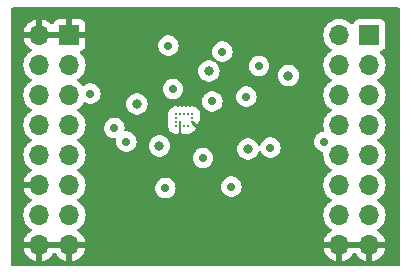
<source format=gbr>
G04 #@! TF.GenerationSoftware,KiCad,Pcbnew,7.0.0*
G04 #@! TF.CreationDate,2024-03-13T15:51:30+01:00*
G04 #@! TF.ProjectId,breakoutBoard_extended,62726561-6b6f-4757-9442-6f6172645f65,rev?*
G04 #@! TF.SameCoordinates,Original*
G04 #@! TF.FileFunction,Copper,L2,Inr*
G04 #@! TF.FilePolarity,Positive*
%FSLAX46Y46*%
G04 Gerber Fmt 4.6, Leading zero omitted, Abs format (unit mm)*
G04 Created by KiCad (PCBNEW 7.0.0) date 2024-03-13 15:51:30*
%MOMM*%
%LPD*%
G01*
G04 APERTURE LIST*
G04 #@! TA.AperFunction,ComponentPad*
%ADD10R,1.700000X1.700000*%
G04 #@! TD*
G04 #@! TA.AperFunction,ComponentPad*
%ADD11O,1.700000X1.700000*%
G04 #@! TD*
G04 #@! TA.AperFunction,ViaPad*
%ADD12C,0.800000*%
G04 #@! TD*
G04 #@! TA.AperFunction,ViaPad*
%ADD13C,0.250000*%
G04 #@! TD*
G04 #@! TA.AperFunction,ViaPad*
%ADD14C,0.700000*%
G04 #@! TD*
G04 #@! TA.AperFunction,Conductor*
%ADD15C,0.150000*%
G04 #@! TD*
G04 #@! TA.AperFunction,Conductor*
%ADD16C,0.250000*%
G04 #@! TD*
G04 APERTURE END LIST*
D10*
X45973999Y-33400999D03*
D11*
X43433999Y-33400999D03*
X45973999Y-35940999D03*
X43433999Y-35940999D03*
X45973999Y-38480999D03*
X43433999Y-38480999D03*
X45973999Y-41020999D03*
X43433999Y-41020999D03*
X45973999Y-43560999D03*
X43433999Y-43560999D03*
X45973999Y-46100999D03*
X43433999Y-46100999D03*
X45973999Y-48640999D03*
X43433999Y-48640999D03*
X45973999Y-51180999D03*
X43433999Y-51180999D03*
D10*
X71373999Y-33400999D03*
D11*
X68833999Y-33400999D03*
X71373999Y-35940999D03*
X68833999Y-35940999D03*
X71373999Y-38480999D03*
X68833999Y-38480999D03*
X71373999Y-41020999D03*
X68833999Y-41020999D03*
X71373999Y-43560999D03*
X68833999Y-43560999D03*
X71373999Y-46100999D03*
X68833999Y-46100999D03*
X71373999Y-48640999D03*
X68833999Y-48640999D03*
X71373999Y-51180999D03*
X68833999Y-51180999D03*
D12*
X53594000Y-42799000D03*
X57785000Y-36449000D03*
X51689000Y-39243000D03*
X64516000Y-36830000D03*
X61087000Y-43053000D03*
D13*
X55330000Y-40770000D03*
X56380380Y-40769540D03*
D12*
X49784000Y-39116000D03*
X53594000Y-44704000D03*
X57658000Y-34798000D03*
X59502040Y-43037760D03*
D14*
X59690000Y-46228000D03*
X62992000Y-42926000D03*
X54356000Y-34290000D03*
X58928014Y-34798000D03*
X58074560Y-39019480D03*
D13*
X56381040Y-40068220D03*
D14*
X57277000Y-43815000D03*
D13*
X56030520Y-41117240D03*
X54980840Y-40769540D03*
X56378500Y-40418740D03*
D14*
X67564000Y-42418000D03*
X60960000Y-38608000D03*
X62020686Y-36023314D03*
D13*
X54980840Y-40065960D03*
D14*
X54737000Y-37973000D03*
D13*
X55679340Y-41120060D03*
D14*
X50800000Y-42418000D03*
D13*
X54980840Y-40421560D03*
X55681880Y-40065960D03*
X56027320Y-40065960D03*
X55331360Y-40065960D03*
X54980840Y-41120060D03*
D14*
X49784000Y-41275000D03*
X47752000Y-38354000D03*
X54102000Y-46355000D03*
D15*
X55330000Y-40770000D02*
X55330000Y-41740000D01*
D16*
X56380380Y-40769540D02*
X56385460Y-40769540D01*
X56385460Y-40769540D02*
X56763920Y-41148000D01*
G04 #@! TA.AperFunction,Conductor*
G36*
X73886500Y-31067381D02*
G01*
X73932619Y-31113500D01*
X73949500Y-31176500D01*
X73949500Y-52823500D01*
X73932619Y-52886500D01*
X73886500Y-52932619D01*
X73823500Y-52949500D01*
X41176500Y-52949500D01*
X41113500Y-52932619D01*
X41067381Y-52886500D01*
X41050500Y-52823500D01*
X41050500Y-51437565D01*
X42100751Y-51437565D01*
X42100986Y-51448943D01*
X42143900Y-51618408D01*
X42147270Y-51628223D01*
X42233488Y-51824778D01*
X42238431Y-51833913D01*
X42355822Y-52013593D01*
X42362210Y-52021799D01*
X42507567Y-52179700D01*
X42515211Y-52186737D01*
X42684588Y-52318568D01*
X42693281Y-52324247D01*
X42882042Y-52426400D01*
X42891559Y-52430575D01*
X43094557Y-52500264D01*
X43104627Y-52502814D01*
X43166461Y-52513132D01*
X43177598Y-52512556D01*
X43180000Y-52501664D01*
X43688000Y-52501664D01*
X43690401Y-52512556D01*
X43701538Y-52513132D01*
X43763372Y-52502814D01*
X43773442Y-52500264D01*
X43976440Y-52430575D01*
X43985957Y-52426400D01*
X44174718Y-52324247D01*
X44183411Y-52318568D01*
X44352788Y-52186737D01*
X44360432Y-52179700D01*
X44505789Y-52021799D01*
X44512177Y-52013593D01*
X44598517Y-51881441D01*
X44644031Y-51839543D01*
X44704000Y-51824357D01*
X44763969Y-51839543D01*
X44809483Y-51881441D01*
X44895822Y-52013593D01*
X44902210Y-52021799D01*
X45047567Y-52179700D01*
X45055211Y-52186737D01*
X45224588Y-52318568D01*
X45233281Y-52324247D01*
X45422042Y-52426400D01*
X45431559Y-52430575D01*
X45634557Y-52500264D01*
X45644627Y-52502814D01*
X45706461Y-52513132D01*
X45717598Y-52512556D01*
X45720000Y-52501664D01*
X46228000Y-52501664D01*
X46230401Y-52512556D01*
X46241538Y-52513132D01*
X46303372Y-52502814D01*
X46313442Y-52500264D01*
X46516440Y-52430575D01*
X46525957Y-52426400D01*
X46714718Y-52324247D01*
X46723411Y-52318568D01*
X46892788Y-52186737D01*
X46900432Y-52179700D01*
X47045789Y-52021799D01*
X47052177Y-52013593D01*
X47169568Y-51833913D01*
X47174511Y-51824778D01*
X47260729Y-51628223D01*
X47264099Y-51618408D01*
X47307013Y-51448943D01*
X47307248Y-51437565D01*
X67500751Y-51437565D01*
X67500986Y-51448943D01*
X67543900Y-51618408D01*
X67547270Y-51628223D01*
X67633488Y-51824778D01*
X67638431Y-51833913D01*
X67755822Y-52013593D01*
X67762210Y-52021799D01*
X67907567Y-52179700D01*
X67915211Y-52186737D01*
X68084588Y-52318568D01*
X68093281Y-52324247D01*
X68282042Y-52426400D01*
X68291559Y-52430575D01*
X68494557Y-52500264D01*
X68504627Y-52502814D01*
X68566461Y-52513132D01*
X68577598Y-52512556D01*
X68580000Y-52501664D01*
X69088000Y-52501664D01*
X69090401Y-52512556D01*
X69101538Y-52513132D01*
X69163372Y-52502814D01*
X69173442Y-52500264D01*
X69376440Y-52430575D01*
X69385957Y-52426400D01*
X69574718Y-52324247D01*
X69583411Y-52318568D01*
X69752788Y-52186737D01*
X69760432Y-52179700D01*
X69905789Y-52021799D01*
X69912177Y-52013593D01*
X69998517Y-51881441D01*
X70044031Y-51839543D01*
X70104000Y-51824357D01*
X70163969Y-51839543D01*
X70209483Y-51881441D01*
X70295822Y-52013593D01*
X70302210Y-52021799D01*
X70447567Y-52179700D01*
X70455211Y-52186737D01*
X70624588Y-52318568D01*
X70633281Y-52324247D01*
X70822042Y-52426400D01*
X70831559Y-52430575D01*
X71034557Y-52500264D01*
X71044627Y-52502814D01*
X71106461Y-52513132D01*
X71117598Y-52512556D01*
X71120000Y-52501664D01*
X71628000Y-52501664D01*
X71630401Y-52512556D01*
X71641538Y-52513132D01*
X71703372Y-52502814D01*
X71713442Y-52500264D01*
X71916440Y-52430575D01*
X71925957Y-52426400D01*
X72114718Y-52324247D01*
X72123411Y-52318568D01*
X72292788Y-52186737D01*
X72300432Y-52179700D01*
X72445789Y-52021799D01*
X72452177Y-52013593D01*
X72569568Y-51833913D01*
X72574511Y-51824778D01*
X72660729Y-51628223D01*
X72664099Y-51618408D01*
X72707013Y-51448943D01*
X72707248Y-51437565D01*
X72696160Y-51435000D01*
X71644590Y-51435000D01*
X71631506Y-51438506D01*
X71628000Y-51451590D01*
X71628000Y-52501664D01*
X71120000Y-52501664D01*
X71120000Y-51451590D01*
X71116493Y-51438506D01*
X71103410Y-51435000D01*
X69104590Y-51435000D01*
X69091506Y-51438506D01*
X69088000Y-51451590D01*
X69088000Y-52501664D01*
X68580000Y-52501664D01*
X68580000Y-51451590D01*
X68576493Y-51438506D01*
X68563410Y-51435000D01*
X67511840Y-51435000D01*
X67500751Y-51437565D01*
X47307248Y-51437565D01*
X47296160Y-51435000D01*
X46244590Y-51435000D01*
X46231506Y-51438506D01*
X46228000Y-51451590D01*
X46228000Y-52501664D01*
X45720000Y-52501664D01*
X45720000Y-51451590D01*
X45716493Y-51438506D01*
X45703410Y-51435000D01*
X43704590Y-51435000D01*
X43691506Y-51438506D01*
X43688000Y-51451590D01*
X43688000Y-52501664D01*
X43180000Y-52501664D01*
X43180000Y-51451590D01*
X43176493Y-51438506D01*
X43163410Y-51435000D01*
X42111840Y-51435000D01*
X42100751Y-51437565D01*
X41050500Y-51437565D01*
X41050500Y-48641000D01*
X42070844Y-48641000D01*
X42089436Y-48865368D01*
X42144704Y-49083616D01*
X42146797Y-49088389D01*
X42146799Y-49088393D01*
X42222147Y-49260170D01*
X42235140Y-49289791D01*
X42358278Y-49478268D01*
X42361806Y-49482100D01*
X42507227Y-49640069D01*
X42507231Y-49640073D01*
X42510760Y-49643906D01*
X42688424Y-49782189D01*
X42693000Y-49784665D01*
X42693004Y-49784668D01*
X42703582Y-49790392D01*
X42722205Y-49800470D01*
X42770476Y-49846784D01*
X42788237Y-49911281D01*
X42770479Y-49975779D01*
X42722209Y-50022096D01*
X42693285Y-50037749D01*
X42684588Y-50043431D01*
X42515211Y-50175262D01*
X42507567Y-50182299D01*
X42362210Y-50340200D01*
X42355822Y-50348406D01*
X42238431Y-50528086D01*
X42233488Y-50537221D01*
X42147270Y-50733776D01*
X42143900Y-50743591D01*
X42100986Y-50913056D01*
X42100751Y-50924434D01*
X42111840Y-50927000D01*
X47296160Y-50927000D01*
X47307248Y-50924434D01*
X47307013Y-50913056D01*
X47264099Y-50743591D01*
X47260729Y-50733776D01*
X47174511Y-50537221D01*
X47169568Y-50528086D01*
X47052177Y-50348406D01*
X47045789Y-50340200D01*
X46900432Y-50182299D01*
X46892788Y-50175262D01*
X46723411Y-50043431D01*
X46714713Y-50037749D01*
X46685792Y-50022097D01*
X46637520Y-49975780D01*
X46619762Y-49911281D01*
X46637523Y-49846784D01*
X46685791Y-49800472D01*
X46719576Y-49782189D01*
X46897240Y-49643906D01*
X47049722Y-49478268D01*
X47172860Y-49289791D01*
X47263296Y-49083616D01*
X47318564Y-48865368D01*
X47337156Y-48641000D01*
X47318564Y-48416632D01*
X47263296Y-48198384D01*
X47172860Y-47992209D01*
X47049722Y-47803732D01*
X46988956Y-47737723D01*
X46900772Y-47641930D01*
X46900767Y-47641925D01*
X46897240Y-47638094D01*
X46719576Y-47499811D01*
X46715002Y-47497336D01*
X46714995Y-47497331D01*
X46686320Y-47481814D01*
X46638048Y-47435498D01*
X46620289Y-47371000D01*
X46638048Y-47306502D01*
X46686320Y-47260186D01*
X46686849Y-47259900D01*
X46719576Y-47242189D01*
X46897240Y-47103906D01*
X47049722Y-46938268D01*
X47172860Y-46749791D01*
X47263296Y-46543616D01*
X47311060Y-46355000D01*
X53238771Y-46355000D01*
X53239461Y-46361565D01*
X53243596Y-46400910D01*
X53257635Y-46534475D01*
X53259674Y-46540752D01*
X53259675Y-46540754D01*
X53272137Y-46579107D01*
X53313401Y-46706107D01*
X53403633Y-46862393D01*
X53524387Y-46996504D01*
X53670385Y-47102578D01*
X53835248Y-47175980D01*
X54011768Y-47213500D01*
X54185629Y-47213500D01*
X54192232Y-47213500D01*
X54368752Y-47175980D01*
X54533615Y-47102578D01*
X54679613Y-46996504D01*
X54800367Y-46862393D01*
X54890599Y-46706107D01*
X54946365Y-46534475D01*
X54965229Y-46355000D01*
X54951880Y-46228000D01*
X58826771Y-46228000D01*
X58845635Y-46407475D01*
X58901401Y-46579107D01*
X58991633Y-46735393D01*
X59112387Y-46869504D01*
X59258385Y-46975578D01*
X59423248Y-47048980D01*
X59599768Y-47086500D01*
X59773629Y-47086500D01*
X59780232Y-47086500D01*
X59956752Y-47048980D01*
X60121615Y-46975578D01*
X60267613Y-46869504D01*
X60388367Y-46735393D01*
X60478599Y-46579107D01*
X60534365Y-46407475D01*
X60553229Y-46228000D01*
X60534365Y-46048525D01*
X60478599Y-45876893D01*
X60388367Y-45720607D01*
X60267613Y-45586496D01*
X60121615Y-45480422D01*
X59956752Y-45407020D01*
X59950299Y-45405648D01*
X59950295Y-45405647D01*
X59786689Y-45370872D01*
X59786684Y-45370871D01*
X59780232Y-45369500D01*
X59599768Y-45369500D01*
X59593316Y-45370871D01*
X59593310Y-45370872D01*
X59429704Y-45405647D01*
X59429697Y-45405649D01*
X59423248Y-45407020D01*
X59417218Y-45409704D01*
X59417217Y-45409705D01*
X59264416Y-45477737D01*
X59264414Y-45477738D01*
X59258386Y-45480422D01*
X59253045Y-45484302D01*
X59253044Y-45484303D01*
X59117731Y-45582613D01*
X59117728Y-45582614D01*
X59112387Y-45586496D01*
X59107970Y-45591401D01*
X59107965Y-45591406D01*
X59042970Y-45663591D01*
X58991633Y-45720607D01*
X58988334Y-45726320D01*
X58988331Y-45726325D01*
X58904705Y-45871170D01*
X58901401Y-45876893D01*
X58899359Y-45883175D01*
X58899359Y-45883177D01*
X58858095Y-46010177D01*
X58845635Y-46048525D01*
X58844945Y-46055088D01*
X58844945Y-46055089D01*
X58832286Y-46175525D01*
X58826771Y-46228000D01*
X54951880Y-46228000D01*
X54946365Y-46175525D01*
X54890599Y-46003893D01*
X54800367Y-45847607D01*
X54679613Y-45713496D01*
X54533615Y-45607422D01*
X54368752Y-45534020D01*
X54362299Y-45532648D01*
X54362295Y-45532647D01*
X54198689Y-45497872D01*
X54198684Y-45497871D01*
X54192232Y-45496500D01*
X54011768Y-45496500D01*
X54005316Y-45497871D01*
X54005310Y-45497872D01*
X53841704Y-45532647D01*
X53841697Y-45532649D01*
X53835248Y-45534020D01*
X53829218Y-45536704D01*
X53829217Y-45536705D01*
X53676416Y-45604737D01*
X53676414Y-45604738D01*
X53670386Y-45607422D01*
X53665045Y-45611302D01*
X53665044Y-45611303D01*
X53529731Y-45709613D01*
X53529728Y-45709614D01*
X53524387Y-45713496D01*
X53519970Y-45718401D01*
X53519965Y-45718406D01*
X53416735Y-45833056D01*
X53403633Y-45847607D01*
X53400334Y-45853320D01*
X53400331Y-45853325D01*
X53367610Y-45910000D01*
X53313401Y-46003893D01*
X53311359Y-46010175D01*
X53311359Y-46010177D01*
X53296767Y-46055089D01*
X53257635Y-46175525D01*
X53256945Y-46182088D01*
X53256945Y-46182089D01*
X53241354Y-46330426D01*
X53238771Y-46355000D01*
X47311060Y-46355000D01*
X47318564Y-46325368D01*
X47337156Y-46101000D01*
X47318564Y-45876632D01*
X47263296Y-45658384D01*
X47172860Y-45452209D01*
X47049722Y-45263732D01*
X46988956Y-45197723D01*
X46900772Y-45101930D01*
X46900767Y-45101925D01*
X46897240Y-45098094D01*
X46719576Y-44959811D01*
X46714997Y-44957333D01*
X46714994Y-44957331D01*
X46686318Y-44941812D01*
X46638047Y-44895494D01*
X46620289Y-44830996D01*
X46638050Y-44766499D01*
X46686321Y-44720185D01*
X46719576Y-44702189D01*
X46897240Y-44563906D01*
X47049722Y-44398268D01*
X47172860Y-44209791D01*
X47263296Y-44003616D01*
X47311060Y-43815000D01*
X56413771Y-43815000D01*
X56432635Y-43994475D01*
X56488401Y-44166107D01*
X56578633Y-44322393D01*
X56699387Y-44456504D01*
X56845385Y-44562578D01*
X57010248Y-44635980D01*
X57186768Y-44673500D01*
X57360629Y-44673500D01*
X57367232Y-44673500D01*
X57543752Y-44635980D01*
X57708615Y-44562578D01*
X57854613Y-44456504D01*
X57975367Y-44322393D01*
X58065599Y-44166107D01*
X58121365Y-43994475D01*
X58140229Y-43815000D01*
X58121365Y-43635525D01*
X58065599Y-43463893D01*
X57975367Y-43307607D01*
X57854613Y-43173496D01*
X57708615Y-43067422D01*
X57676223Y-43053000D01*
X60173496Y-43053000D01*
X60174186Y-43059565D01*
X60186676Y-43178406D01*
X60193458Y-43242928D01*
X60195495Y-43249200D01*
X60195497Y-43249205D01*
X60250430Y-43418271D01*
X60250433Y-43418278D01*
X60252473Y-43424556D01*
X60323021Y-43546749D01*
X60337245Y-43571386D01*
X60347960Y-43589944D01*
X60475747Y-43731866D01*
X60481089Y-43735747D01*
X60481091Y-43735749D01*
X60498438Y-43748352D01*
X60630248Y-43844118D01*
X60804712Y-43921794D01*
X60991513Y-43961500D01*
X61175884Y-43961500D01*
X61182487Y-43961500D01*
X61369288Y-43921794D01*
X61543752Y-43844118D01*
X61698253Y-43731866D01*
X61826040Y-43589944D01*
X61921527Y-43424556D01*
X61967031Y-43284509D01*
X61998707Y-43233422D01*
X62050446Y-43202824D01*
X62110474Y-43199678D01*
X62165128Y-43224701D01*
X62201686Y-43271830D01*
X62203401Y-43277107D01*
X62293633Y-43433393D01*
X62414387Y-43567504D01*
X62560385Y-43673578D01*
X62725248Y-43746980D01*
X62901768Y-43784500D01*
X63075629Y-43784500D01*
X63082232Y-43784500D01*
X63258752Y-43746980D01*
X63423615Y-43673578D01*
X63569613Y-43567504D01*
X63690367Y-43433393D01*
X63780599Y-43277107D01*
X63836365Y-43105475D01*
X63855229Y-42926000D01*
X63836365Y-42746525D01*
X63780599Y-42574893D01*
X63690367Y-42418607D01*
X63689820Y-42418000D01*
X66700771Y-42418000D01*
X66719635Y-42597475D01*
X66775401Y-42769107D01*
X66865633Y-42925393D01*
X66986387Y-43059504D01*
X67132385Y-43165578D01*
X67297248Y-43238980D01*
X67385525Y-43257743D01*
X67439607Y-43283875D01*
X67475447Y-43332077D01*
X67484898Y-43391395D01*
X67470844Y-43561000D01*
X67471274Y-43566189D01*
X67486368Y-43748352D01*
X67489436Y-43785368D01*
X67544704Y-44003616D01*
X67546797Y-44008389D01*
X67546799Y-44008393D01*
X67613222Y-44159822D01*
X67635140Y-44209791D01*
X67758278Y-44398268D01*
X67761806Y-44402100D01*
X67907227Y-44560069D01*
X67907231Y-44560073D01*
X67910760Y-44563906D01*
X68088424Y-44702189D01*
X68121680Y-44720186D01*
X68169950Y-44766499D01*
X68187710Y-44830996D01*
X68169953Y-44895494D01*
X68121683Y-44941811D01*
X68093005Y-44957331D01*
X68092997Y-44957336D01*
X68088424Y-44959811D01*
X68084313Y-44963010D01*
X68084311Y-44963012D01*
X67914878Y-45094888D01*
X67914872Y-45094893D01*
X67910760Y-45098094D01*
X67907237Y-45101919D01*
X67907227Y-45101930D01*
X67761806Y-45259899D01*
X67761802Y-45259902D01*
X67758278Y-45263732D01*
X67755430Y-45268090D01*
X67755427Y-45268095D01*
X67637992Y-45447843D01*
X67635140Y-45452209D01*
X67633048Y-45456978D01*
X67633046Y-45456982D01*
X67546799Y-45653606D01*
X67546796Y-45653614D01*
X67544704Y-45658384D01*
X67543423Y-45663440D01*
X67543422Y-45663445D01*
X67530190Y-45715699D01*
X67489436Y-45876632D01*
X67489006Y-45881820D01*
X67489005Y-45881827D01*
X67478370Y-46010177D01*
X67470844Y-46101000D01*
X67471274Y-46106189D01*
X67481911Y-46234565D01*
X67489436Y-46325368D01*
X67544704Y-46543616D01*
X67546797Y-46548389D01*
X67546799Y-46548393D01*
X67613222Y-46699822D01*
X67635140Y-46749791D01*
X67758278Y-46938268D01*
X67807368Y-46991593D01*
X67907227Y-47100069D01*
X67907231Y-47100073D01*
X67910760Y-47103906D01*
X68088424Y-47242189D01*
X68093002Y-47244666D01*
X68093009Y-47244671D01*
X68121680Y-47260187D01*
X68169951Y-47306503D01*
X68187710Y-47371000D01*
X68169951Y-47435497D01*
X68121680Y-47481813D01*
X68093009Y-47497328D01*
X68092993Y-47497338D01*
X68088424Y-47499811D01*
X68084313Y-47503010D01*
X68084311Y-47503012D01*
X67914878Y-47634888D01*
X67914872Y-47634893D01*
X67910760Y-47638094D01*
X67907237Y-47641919D01*
X67907227Y-47641930D01*
X67761806Y-47799899D01*
X67761802Y-47799902D01*
X67758278Y-47803732D01*
X67755430Y-47808090D01*
X67755427Y-47808095D01*
X67669483Y-47939643D01*
X67635140Y-47992209D01*
X67633048Y-47996978D01*
X67633046Y-47996982D01*
X67546799Y-48193606D01*
X67546796Y-48193614D01*
X67544704Y-48198384D01*
X67489436Y-48416632D01*
X67489006Y-48421820D01*
X67489005Y-48421827D01*
X67471909Y-48628147D01*
X67470844Y-48641000D01*
X67489436Y-48865368D01*
X67544704Y-49083616D01*
X67546797Y-49088389D01*
X67546799Y-49088393D01*
X67622147Y-49260170D01*
X67635140Y-49289791D01*
X67758278Y-49478268D01*
X67761806Y-49482100D01*
X67907227Y-49640069D01*
X67907231Y-49640073D01*
X67910760Y-49643906D01*
X68088424Y-49782189D01*
X68093000Y-49784665D01*
X68093004Y-49784668D01*
X68103582Y-49790392D01*
X68122205Y-49800470D01*
X68170476Y-49846784D01*
X68188237Y-49911281D01*
X68170479Y-49975779D01*
X68122209Y-50022096D01*
X68093285Y-50037749D01*
X68084588Y-50043431D01*
X67915211Y-50175262D01*
X67907567Y-50182299D01*
X67762210Y-50340200D01*
X67755822Y-50348406D01*
X67638431Y-50528086D01*
X67633488Y-50537221D01*
X67547270Y-50733776D01*
X67543900Y-50743591D01*
X67500986Y-50913056D01*
X67500751Y-50924434D01*
X67511840Y-50927000D01*
X72696160Y-50927000D01*
X72707248Y-50924434D01*
X72707013Y-50913056D01*
X72664099Y-50743591D01*
X72660729Y-50733776D01*
X72574511Y-50537221D01*
X72569568Y-50528086D01*
X72452177Y-50348406D01*
X72445789Y-50340200D01*
X72300432Y-50182299D01*
X72292788Y-50175262D01*
X72123411Y-50043431D01*
X72114713Y-50037749D01*
X72085792Y-50022097D01*
X72037520Y-49975780D01*
X72019762Y-49911281D01*
X72037523Y-49846784D01*
X72085791Y-49800472D01*
X72119576Y-49782189D01*
X72297240Y-49643906D01*
X72449722Y-49478268D01*
X72572860Y-49289791D01*
X72663296Y-49083616D01*
X72718564Y-48865368D01*
X72737156Y-48641000D01*
X72718564Y-48416632D01*
X72663296Y-48198384D01*
X72572860Y-47992209D01*
X72449722Y-47803732D01*
X72388956Y-47737723D01*
X72300772Y-47641930D01*
X72300767Y-47641925D01*
X72297240Y-47638094D01*
X72119576Y-47499811D01*
X72115002Y-47497336D01*
X72114995Y-47497331D01*
X72086320Y-47481814D01*
X72038048Y-47435498D01*
X72020289Y-47371000D01*
X72038048Y-47306502D01*
X72086320Y-47260186D01*
X72086849Y-47259900D01*
X72119576Y-47242189D01*
X72297240Y-47103906D01*
X72449722Y-46938268D01*
X72572860Y-46749791D01*
X72663296Y-46543616D01*
X72718564Y-46325368D01*
X72737156Y-46101000D01*
X72718564Y-45876632D01*
X72663296Y-45658384D01*
X72572860Y-45452209D01*
X72449722Y-45263732D01*
X72388956Y-45197723D01*
X72300772Y-45101930D01*
X72300767Y-45101925D01*
X72297240Y-45098094D01*
X72119576Y-44959811D01*
X72114997Y-44957333D01*
X72114994Y-44957331D01*
X72086318Y-44941812D01*
X72038047Y-44895494D01*
X72020289Y-44830996D01*
X72038050Y-44766499D01*
X72086321Y-44720185D01*
X72119576Y-44702189D01*
X72297240Y-44563906D01*
X72449722Y-44398268D01*
X72572860Y-44209791D01*
X72663296Y-44003616D01*
X72718564Y-43785368D01*
X72737156Y-43561000D01*
X72718564Y-43336632D01*
X72663296Y-43118384D01*
X72572860Y-42912209D01*
X72449722Y-42723732D01*
X72344169Y-42609072D01*
X72300772Y-42561930D01*
X72300767Y-42561925D01*
X72297240Y-42558094D01*
X72119576Y-42419811D01*
X72115002Y-42417336D01*
X72114995Y-42417331D01*
X72086320Y-42401814D01*
X72038048Y-42355498D01*
X72020289Y-42291000D01*
X72038048Y-42226502D01*
X72086320Y-42180186D01*
X72114995Y-42164668D01*
X72114994Y-42164668D01*
X72119576Y-42162189D01*
X72297240Y-42023906D01*
X72449722Y-41858268D01*
X72572860Y-41669791D01*
X72663296Y-41463616D01*
X72718564Y-41245368D01*
X72737156Y-41021000D01*
X72718564Y-40796632D01*
X72663296Y-40578384D01*
X72572860Y-40372209D01*
X72449722Y-40183732D01*
X72343385Y-40068220D01*
X72300772Y-40021930D01*
X72300767Y-40021925D01*
X72297240Y-40018094D01*
X72119576Y-39879811D01*
X72115002Y-39877336D01*
X72114995Y-39877331D01*
X72086320Y-39861814D01*
X72038048Y-39815498D01*
X72020289Y-39751000D01*
X72038048Y-39686502D01*
X72086320Y-39640186D01*
X72086681Y-39639991D01*
X72119576Y-39622189D01*
X72297240Y-39483906D01*
X72449722Y-39318268D01*
X72572860Y-39129791D01*
X72663296Y-38923616D01*
X72718564Y-38705368D01*
X72737156Y-38481000D01*
X72718564Y-38256632D01*
X72663296Y-38038384D01*
X72572860Y-37832209D01*
X72449722Y-37643732D01*
X72350275Y-37535705D01*
X72300772Y-37481930D01*
X72300767Y-37481925D01*
X72297240Y-37478094D01*
X72119576Y-37339811D01*
X72115002Y-37337336D01*
X72114995Y-37337331D01*
X72086320Y-37321814D01*
X72038048Y-37275498D01*
X72020289Y-37211000D01*
X72038048Y-37146502D01*
X72086320Y-37100186D01*
X72114990Y-37084671D01*
X72119576Y-37082189D01*
X72297240Y-36943906D01*
X72449722Y-36778268D01*
X72572860Y-36589791D01*
X72663296Y-36383616D01*
X72718564Y-36165368D01*
X72737156Y-35941000D01*
X72718564Y-35716632D01*
X72663296Y-35498384D01*
X72572860Y-35292209D01*
X72449722Y-35103732D01*
X72306525Y-34948180D01*
X72277288Y-34894576D01*
X72276685Y-34833520D01*
X72304859Y-34779350D01*
X72355191Y-34744786D01*
X72470204Y-34701889D01*
X72587261Y-34614261D01*
X72674889Y-34497204D01*
X72725989Y-34360201D01*
X72732500Y-34299638D01*
X72732500Y-32502362D01*
X72725989Y-32441799D01*
X72674889Y-32304796D01*
X72643923Y-32263431D01*
X72592659Y-32194950D01*
X72587261Y-32187739D01*
X72580049Y-32182340D01*
X72477417Y-32105510D01*
X72477414Y-32105508D01*
X72470204Y-32100111D01*
X72461766Y-32096964D01*
X72461763Y-32096962D01*
X72340580Y-32051763D01*
X72340578Y-32051762D01*
X72333201Y-32049011D01*
X72325373Y-32048169D01*
X72325367Y-32048168D01*
X72275988Y-32042860D01*
X72275985Y-32042859D01*
X72272638Y-32042500D01*
X70475362Y-32042500D01*
X70472015Y-32042859D01*
X70472011Y-32042860D01*
X70422632Y-32048168D01*
X70422625Y-32048169D01*
X70414799Y-32049011D01*
X70407423Y-32051761D01*
X70407419Y-32051763D01*
X70286236Y-32096962D01*
X70286230Y-32096965D01*
X70277796Y-32100111D01*
X70270588Y-32105506D01*
X70270582Y-32105510D01*
X70167950Y-32182340D01*
X70167946Y-32182343D01*
X70160739Y-32187739D01*
X70155343Y-32194946D01*
X70155340Y-32194950D01*
X70078510Y-32297582D01*
X70078506Y-32297588D01*
X70073111Y-32304796D01*
X70069964Y-32313231D01*
X70069960Y-32313240D01*
X70029000Y-32423057D01*
X69992468Y-32475095D01*
X69935178Y-32502671D01*
X69871717Y-32498761D01*
X69818244Y-32464361D01*
X69760772Y-32401931D01*
X69760771Y-32401930D01*
X69757240Y-32398094D01*
X69579576Y-32259811D01*
X69574997Y-32257333D01*
X69574994Y-32257331D01*
X69386159Y-32155139D01*
X69386156Y-32155137D01*
X69381574Y-32152658D01*
X69376650Y-32150967D01*
X69376642Y-32150964D01*
X69173565Y-32081248D01*
X69173559Y-32081246D01*
X69168635Y-32079556D01*
X69163498Y-32078698D01*
X69163495Y-32078698D01*
X68951706Y-32043357D01*
X68951703Y-32043356D01*
X68946569Y-32042500D01*
X68721431Y-32042500D01*
X68716297Y-32043356D01*
X68716293Y-32043357D01*
X68504504Y-32078698D01*
X68504498Y-32078699D01*
X68499365Y-32079556D01*
X68494443Y-32081245D01*
X68494434Y-32081248D01*
X68291357Y-32150964D01*
X68291344Y-32150969D01*
X68286426Y-32152658D01*
X68281847Y-32155135D01*
X68281840Y-32155139D01*
X68093005Y-32257331D01*
X68092997Y-32257336D01*
X68088424Y-32259811D01*
X68084313Y-32263010D01*
X68084311Y-32263012D01*
X67914878Y-32394888D01*
X67914872Y-32394893D01*
X67910760Y-32398094D01*
X67907237Y-32401919D01*
X67907227Y-32401930D01*
X67761806Y-32559899D01*
X67761802Y-32559902D01*
X67758278Y-32563732D01*
X67755430Y-32568090D01*
X67755427Y-32568095D01*
X67637992Y-32747843D01*
X67635140Y-32752209D01*
X67633048Y-32756978D01*
X67633046Y-32756982D01*
X67546799Y-32953606D01*
X67546796Y-32953614D01*
X67544704Y-32958384D01*
X67489436Y-33176632D01*
X67489006Y-33181820D01*
X67489005Y-33181827D01*
X67471909Y-33388147D01*
X67470844Y-33401000D01*
X67489436Y-33625368D01*
X67497828Y-33658506D01*
X67528011Y-33777699D01*
X67544704Y-33843616D01*
X67635140Y-34049791D01*
X67758278Y-34238268D01*
X67761806Y-34242100D01*
X67907227Y-34400069D01*
X67907231Y-34400073D01*
X67910760Y-34403906D01*
X68088424Y-34542189D01*
X68093002Y-34544666D01*
X68093009Y-34544671D01*
X68121680Y-34560187D01*
X68169951Y-34606503D01*
X68187710Y-34671000D01*
X68169951Y-34735497D01*
X68121680Y-34781813D01*
X68093009Y-34797328D01*
X68092993Y-34797338D01*
X68088424Y-34799811D01*
X68084313Y-34803010D01*
X68084311Y-34803012D01*
X67914878Y-34934888D01*
X67914872Y-34934893D01*
X67910760Y-34938094D01*
X67907237Y-34941919D01*
X67907227Y-34941930D01*
X67761806Y-35099899D01*
X67761802Y-35099902D01*
X67758278Y-35103732D01*
X67755430Y-35108090D01*
X67755427Y-35108095D01*
X67642109Y-35281542D01*
X67635140Y-35292209D01*
X67633048Y-35296978D01*
X67633046Y-35296982D01*
X67546799Y-35493606D01*
X67546796Y-35493614D01*
X67544704Y-35498384D01*
X67543423Y-35503440D01*
X67543422Y-35503445D01*
X67491272Y-35709381D01*
X67489436Y-35716632D01*
X67489006Y-35721820D01*
X67489005Y-35721827D01*
X67478895Y-35843839D01*
X67470844Y-35941000D01*
X67471274Y-35946189D01*
X67488256Y-36151134D01*
X67489436Y-36165368D01*
X67490717Y-36170426D01*
X67542375Y-36374421D01*
X67544704Y-36383616D01*
X67546797Y-36388389D01*
X67546799Y-36388393D01*
X67570504Y-36442435D01*
X67635140Y-36589791D01*
X67758278Y-36778268D01*
X67797207Y-36820556D01*
X67907227Y-36940069D01*
X67907231Y-36940073D01*
X67910760Y-36943906D01*
X68088424Y-37082189D01*
X68093002Y-37084666D01*
X68093009Y-37084671D01*
X68121680Y-37100187D01*
X68169951Y-37146503D01*
X68187710Y-37211000D01*
X68169951Y-37275497D01*
X68121680Y-37321813D01*
X68093009Y-37337328D01*
X68092993Y-37337338D01*
X68088424Y-37339811D01*
X68084313Y-37343010D01*
X68084311Y-37343012D01*
X67914878Y-37474888D01*
X67914872Y-37474893D01*
X67910760Y-37478094D01*
X67907237Y-37481919D01*
X67907227Y-37481930D01*
X67761806Y-37639899D01*
X67761802Y-37639902D01*
X67758278Y-37643732D01*
X67755430Y-37648090D01*
X67755427Y-37648095D01*
X67669483Y-37779643D01*
X67635140Y-37832209D01*
X67633048Y-37836978D01*
X67633046Y-37836982D01*
X67546799Y-38033606D01*
X67546796Y-38033614D01*
X67544704Y-38038384D01*
X67543423Y-38043440D01*
X67543422Y-38043445D01*
X67510228Y-38174525D01*
X67489436Y-38256632D01*
X67489006Y-38261820D01*
X67489005Y-38261827D01*
X67479693Y-38374206D01*
X67470844Y-38481000D01*
X67471274Y-38486189D01*
X67488893Y-38698822D01*
X67489436Y-38705368D01*
X67508566Y-38780910D01*
X67533083Y-38877728D01*
X67544704Y-38923616D01*
X67546797Y-38928389D01*
X67546799Y-38928393D01*
X67589633Y-39026045D01*
X67635140Y-39129791D01*
X67758278Y-39318268D01*
X67808727Y-39373069D01*
X67907227Y-39480069D01*
X67907231Y-39480073D01*
X67910760Y-39483906D01*
X68088424Y-39622189D01*
X68093002Y-39624666D01*
X68093009Y-39624671D01*
X68121680Y-39640187D01*
X68169951Y-39686503D01*
X68187710Y-39751000D01*
X68169951Y-39815497D01*
X68121680Y-39861813D01*
X68093009Y-39877328D01*
X68092993Y-39877338D01*
X68088424Y-39879811D01*
X68084313Y-39883010D01*
X68084311Y-39883012D01*
X67914878Y-40014888D01*
X67914872Y-40014893D01*
X67910760Y-40018094D01*
X67907237Y-40021919D01*
X67907227Y-40021930D01*
X67761806Y-40179899D01*
X67761802Y-40179902D01*
X67758278Y-40183732D01*
X67755430Y-40188090D01*
X67755427Y-40188095D01*
X67699371Y-40273896D01*
X67635140Y-40372209D01*
X67633048Y-40376978D01*
X67633046Y-40376982D01*
X67546799Y-40573606D01*
X67546796Y-40573614D01*
X67544704Y-40578384D01*
X67543423Y-40583440D01*
X67543422Y-40583445D01*
X67495338Y-40773325D01*
X67489436Y-40796632D01*
X67489006Y-40801820D01*
X67489005Y-40801827D01*
X67478370Y-40930177D01*
X67470844Y-41021000D01*
X67471274Y-41026189D01*
X67479679Y-41127628D01*
X67489436Y-41245368D01*
X67490717Y-41250426D01*
X67531973Y-41413344D01*
X67530624Y-41480117D01*
X67495337Y-41536819D01*
X67436026Y-41567522D01*
X67303704Y-41595647D01*
X67303697Y-41595649D01*
X67297248Y-41597020D01*
X67291218Y-41599704D01*
X67291217Y-41599705D01*
X67138416Y-41667737D01*
X67138414Y-41667738D01*
X67132386Y-41670422D01*
X67127045Y-41674302D01*
X67127044Y-41674303D01*
X66991731Y-41772613D01*
X66991728Y-41772614D01*
X66986387Y-41776496D01*
X66981970Y-41781401D01*
X66981965Y-41781406D01*
X66883737Y-41890500D01*
X66865633Y-41910607D01*
X66862334Y-41916320D01*
X66862331Y-41916325D01*
X66798369Y-42027111D01*
X66775401Y-42066893D01*
X66773359Y-42073175D01*
X66773359Y-42073177D01*
X66730767Y-42204265D01*
X66719635Y-42238525D01*
X66718945Y-42245088D01*
X66718945Y-42245089D01*
X66702473Y-42401811D01*
X66700771Y-42418000D01*
X63689820Y-42418000D01*
X63569613Y-42284496D01*
X63423615Y-42178422D01*
X63258752Y-42105020D01*
X63252299Y-42103648D01*
X63252295Y-42103647D01*
X63088689Y-42068872D01*
X63088684Y-42068871D01*
X63082232Y-42067500D01*
X62901768Y-42067500D01*
X62895316Y-42068871D01*
X62895310Y-42068872D01*
X62731704Y-42103647D01*
X62731697Y-42103649D01*
X62725248Y-42105020D01*
X62719218Y-42107704D01*
X62719217Y-42107705D01*
X62566416Y-42175737D01*
X62566414Y-42175738D01*
X62560386Y-42178422D01*
X62555045Y-42182302D01*
X62555044Y-42182303D01*
X62419731Y-42280613D01*
X62419728Y-42280614D01*
X62414387Y-42284496D01*
X62409970Y-42289401D01*
X62409965Y-42289406D01*
X62298052Y-42413699D01*
X62293633Y-42418607D01*
X62290334Y-42424320D01*
X62290331Y-42424325D01*
X62234069Y-42521774D01*
X62203401Y-42574893D01*
X62201360Y-42581175D01*
X62164986Y-42693121D01*
X62131404Y-42746035D01*
X62076485Y-42776226D01*
X62013813Y-42776224D01*
X61958896Y-42746030D01*
X61925319Y-42693114D01*
X61921527Y-42681444D01*
X61826040Y-42516056D01*
X61698253Y-42374134D01*
X61692911Y-42370253D01*
X61692908Y-42370250D01*
X61583829Y-42291000D01*
X61543752Y-42261882D01*
X61369288Y-42184206D01*
X61362835Y-42182834D01*
X61362831Y-42182833D01*
X61188943Y-42145872D01*
X61188940Y-42145871D01*
X61182487Y-42144500D01*
X60991513Y-42144500D01*
X60985060Y-42145871D01*
X60985056Y-42145872D01*
X60811168Y-42182833D01*
X60811161Y-42182835D01*
X60804712Y-42184206D01*
X60798682Y-42186890D01*
X60798681Y-42186891D01*
X60636278Y-42259197D01*
X60636275Y-42259198D01*
X60630248Y-42261882D01*
X60624907Y-42265762D01*
X60624906Y-42265763D01*
X60481091Y-42370250D01*
X60481083Y-42370256D01*
X60475747Y-42374134D01*
X60471330Y-42379039D01*
X60471325Y-42379044D01*
X60422088Y-42433728D01*
X60347960Y-42516056D01*
X60344661Y-42521769D01*
X60344658Y-42521774D01*
X60297327Y-42603754D01*
X60252473Y-42681444D01*
X60250434Y-42687718D01*
X60250430Y-42687728D01*
X60195497Y-42856794D01*
X60195495Y-42856801D01*
X60193458Y-42863072D01*
X60192768Y-42869633D01*
X60192768Y-42869635D01*
X60187792Y-42916982D01*
X60173496Y-43053000D01*
X57676223Y-43053000D01*
X57543752Y-42994020D01*
X57537299Y-42992648D01*
X57537295Y-42992647D01*
X57373689Y-42957872D01*
X57373684Y-42957871D01*
X57367232Y-42956500D01*
X57186768Y-42956500D01*
X57180316Y-42957871D01*
X57180310Y-42957872D01*
X57016704Y-42992647D01*
X57016697Y-42992649D01*
X57010248Y-42994020D01*
X57004218Y-42996704D01*
X57004217Y-42996705D01*
X56851416Y-43064737D01*
X56851414Y-43064738D01*
X56845386Y-43067422D01*
X56840045Y-43071302D01*
X56840044Y-43071303D01*
X56704731Y-43169613D01*
X56704728Y-43169614D01*
X56699387Y-43173496D01*
X56694970Y-43178401D01*
X56694965Y-43178406D01*
X56583052Y-43302699D01*
X56578633Y-43307607D01*
X56575334Y-43313320D01*
X56575331Y-43313325D01*
X56506010Y-43433393D01*
X56488401Y-43463893D01*
X56486359Y-43470175D01*
X56486359Y-43470177D01*
X56445851Y-43594851D01*
X56432635Y-43635525D01*
X56431945Y-43642088D01*
X56431945Y-43642089D01*
X56416354Y-43790426D01*
X56413771Y-43815000D01*
X47311060Y-43815000D01*
X47318564Y-43785368D01*
X47337156Y-43561000D01*
X47318564Y-43336632D01*
X47263296Y-43118384D01*
X47172860Y-42912209D01*
X47049722Y-42723732D01*
X46944169Y-42609072D01*
X46900772Y-42561930D01*
X46900767Y-42561925D01*
X46897240Y-42558094D01*
X46719576Y-42419811D01*
X46714997Y-42417333D01*
X46714994Y-42417331D01*
X46686318Y-42401812D01*
X46638047Y-42355494D01*
X46620289Y-42290996D01*
X46638050Y-42226499D01*
X46686321Y-42180185D01*
X46719576Y-42162189D01*
X46897240Y-42023906D01*
X47049722Y-41858268D01*
X47172860Y-41669791D01*
X47263296Y-41463616D01*
X47311060Y-41275000D01*
X48920771Y-41275000D01*
X48939635Y-41454475D01*
X48995401Y-41626107D01*
X49085633Y-41782393D01*
X49206387Y-41916504D01*
X49352385Y-42022578D01*
X49517248Y-42095980D01*
X49693768Y-42133500D01*
X49700371Y-42133500D01*
X49826736Y-42133500D01*
X49893506Y-42152646D01*
X49939984Y-42204265D01*
X49952046Y-42272671D01*
X49936771Y-42418000D01*
X49955635Y-42597475D01*
X50011401Y-42769107D01*
X50101633Y-42925393D01*
X50222387Y-43059504D01*
X50368385Y-43165578D01*
X50533248Y-43238980D01*
X50709768Y-43276500D01*
X50883629Y-43276500D01*
X50890232Y-43276500D01*
X51066752Y-43238980D01*
X51231615Y-43165578D01*
X51377613Y-43059504D01*
X51498367Y-42925393D01*
X51571340Y-42799000D01*
X52680496Y-42799000D01*
X52681186Y-42805565D01*
X52692869Y-42916728D01*
X52700458Y-42988928D01*
X52702495Y-42995200D01*
X52702497Y-42995205D01*
X52757430Y-43164271D01*
X52757433Y-43164278D01*
X52759473Y-43170556D01*
X52854960Y-43335944D01*
X52982747Y-43477866D01*
X53137248Y-43590118D01*
X53311712Y-43667794D01*
X53498513Y-43707500D01*
X53682884Y-43707500D01*
X53689487Y-43707500D01*
X53876288Y-43667794D01*
X54050752Y-43590118D01*
X54205253Y-43477866D01*
X54333040Y-43335944D01*
X54428527Y-43170556D01*
X54487542Y-42988928D01*
X54507504Y-42799000D01*
X54487542Y-42609072D01*
X54428527Y-42427444D01*
X54333040Y-42262056D01*
X54205253Y-42120134D01*
X54199911Y-42116253D01*
X54199908Y-42116250D01*
X54070979Y-42022578D01*
X54050752Y-42007882D01*
X53876288Y-41930206D01*
X53869835Y-41928834D01*
X53869831Y-41928833D01*
X53695943Y-41891872D01*
X53695940Y-41891871D01*
X53689487Y-41890500D01*
X53498513Y-41890500D01*
X53492060Y-41891871D01*
X53492056Y-41891872D01*
X53318168Y-41928833D01*
X53318161Y-41928835D01*
X53311712Y-41930206D01*
X53305682Y-41932890D01*
X53305681Y-41932891D01*
X53143278Y-42005197D01*
X53143275Y-42005198D01*
X53137248Y-42007882D01*
X53131907Y-42011762D01*
X53131906Y-42011763D01*
X52988091Y-42116250D01*
X52988083Y-42116256D01*
X52982747Y-42120134D01*
X52978330Y-42125039D01*
X52978325Y-42125044D01*
X52886973Y-42226502D01*
X52854960Y-42262056D01*
X52851661Y-42267769D01*
X52851658Y-42267774D01*
X52764575Y-42418607D01*
X52759473Y-42427444D01*
X52757434Y-42433718D01*
X52757430Y-42433728D01*
X52702497Y-42602794D01*
X52702495Y-42602801D01*
X52700458Y-42609072D01*
X52680496Y-42799000D01*
X51571340Y-42799000D01*
X51588599Y-42769107D01*
X51644365Y-42597475D01*
X51663229Y-42418000D01*
X51644365Y-42238525D01*
X51588599Y-42066893D01*
X51498367Y-41910607D01*
X51377613Y-41776496D01*
X51231615Y-41670422D01*
X51066752Y-41597020D01*
X51060299Y-41595648D01*
X51060295Y-41595647D01*
X50896689Y-41560872D01*
X50896684Y-41560871D01*
X50890232Y-41559500D01*
X50757264Y-41559500D01*
X50690494Y-41540354D01*
X50644016Y-41488735D01*
X50631954Y-41420329D01*
X50646539Y-41281565D01*
X50647229Y-41275000D01*
X50630944Y-41120060D01*
X54342687Y-41120060D01*
X54343606Y-41127628D01*
X54360311Y-41265211D01*
X54360312Y-41265218D01*
X54361231Y-41272780D01*
X54363933Y-41279905D01*
X54363934Y-41279908D01*
X54413079Y-41409493D01*
X54413081Y-41409496D01*
X54415784Y-41416624D01*
X54420114Y-41422897D01*
X54420115Y-41422899D01*
X54459609Y-41480117D01*
X54503176Y-41543234D01*
X54541934Y-41577570D01*
X54603178Y-41631829D01*
X54618328Y-41645250D01*
X54754548Y-41716743D01*
X54903919Y-41753560D01*
X55050144Y-41753560D01*
X55057761Y-41753560D01*
X55207132Y-41716743D01*
X55271535Y-41682941D01*
X55330090Y-41668509D01*
X55388644Y-41682941D01*
X55411564Y-41694970D01*
X55446300Y-41713202D01*
X55446304Y-41713203D01*
X55453048Y-41716743D01*
X55602419Y-41753560D01*
X55748644Y-41753560D01*
X55756261Y-41753560D01*
X55793960Y-41744267D01*
X55830495Y-41735263D01*
X55890805Y-41735263D01*
X55939912Y-41747366D01*
X55953599Y-41750740D01*
X56099824Y-41750740D01*
X56107441Y-41750740D01*
X56256812Y-41713923D01*
X56393032Y-41642430D01*
X56508184Y-41540414D01*
X56595576Y-41413804D01*
X56650129Y-41269960D01*
X56668673Y-41117240D01*
X56663706Y-41076339D01*
X56667762Y-41026097D01*
X56691191Y-40981461D01*
X56730237Y-40949584D01*
X56741012Y-40943930D01*
X56856164Y-40841914D01*
X56943556Y-40715304D01*
X56998109Y-40571460D01*
X57016653Y-40418740D01*
X56998109Y-40266020D01*
X57000316Y-40265751D01*
X57000311Y-40221830D01*
X57000649Y-40220940D01*
X57019193Y-40068220D01*
X57009921Y-39991860D01*
X57001568Y-39923068D01*
X57001567Y-39923067D01*
X57000649Y-39915500D01*
X56946096Y-39771656D01*
X56858704Y-39645046D01*
X56817194Y-39608271D01*
X56749254Y-39548081D01*
X56749251Y-39548079D01*
X56743552Y-39543030D01*
X56736811Y-39539492D01*
X56736808Y-39539490D01*
X56614076Y-39475076D01*
X56614072Y-39475074D01*
X56607332Y-39471537D01*
X56514436Y-39448640D01*
X56465354Y-39436542D01*
X56465352Y-39436541D01*
X56457961Y-39434720D01*
X56304119Y-39434720D01*
X56296724Y-39436542D01*
X56296720Y-39436543D01*
X56238916Y-39450790D01*
X56178611Y-39450790D01*
X56111637Y-39434282D01*
X56111629Y-39434281D01*
X56104241Y-39432460D01*
X55950399Y-39432460D01*
X55943010Y-39434281D01*
X55943003Y-39434282D01*
X55884753Y-39448640D01*
X55824447Y-39448640D01*
X55766196Y-39434282D01*
X55766190Y-39434281D01*
X55758801Y-39432460D01*
X55604959Y-39432460D01*
X55597570Y-39434281D01*
X55597563Y-39434282D01*
X55536773Y-39449266D01*
X55476467Y-39449266D01*
X55415676Y-39434282D01*
X55415670Y-39434281D01*
X55408281Y-39432460D01*
X55254439Y-39432460D01*
X55247050Y-39434281D01*
X55247043Y-39434282D01*
X55186253Y-39449266D01*
X55125947Y-39449266D01*
X55065156Y-39434282D01*
X55065150Y-39434281D01*
X55057761Y-39432460D01*
X54903919Y-39432460D01*
X54896528Y-39434281D01*
X54896525Y-39434282D01*
X54761944Y-39467454D01*
X54754548Y-39469277D01*
X54747809Y-39472813D01*
X54747803Y-39472816D01*
X54625071Y-39537230D01*
X54625064Y-39537234D01*
X54618328Y-39540770D01*
X54612632Y-39545815D01*
X54612625Y-39545821D01*
X54508881Y-39637731D01*
X54508877Y-39637734D01*
X54503176Y-39642786D01*
X54498849Y-39649053D01*
X54498845Y-39649059D01*
X54420115Y-39763120D01*
X54420111Y-39763125D01*
X54415784Y-39769396D01*
X54413082Y-39776519D01*
X54413079Y-39776526D01*
X54363934Y-39906111D01*
X54363932Y-39906116D01*
X54361231Y-39913240D01*
X54360313Y-39920799D01*
X54360311Y-39920808D01*
X54344459Y-40051364D01*
X54342687Y-40065960D01*
X54360928Y-40216185D01*
X54361231Y-40218680D01*
X54360928Y-40218716D01*
X54360929Y-40268803D01*
X54361231Y-40268840D01*
X54360929Y-40271319D01*
X54360929Y-40271327D01*
X54360313Y-40276393D01*
X54360312Y-40276401D01*
X54348679Y-40372209D01*
X54342687Y-40421560D01*
X54355215Y-40524737D01*
X54361231Y-40574280D01*
X54359991Y-40574430D01*
X54359992Y-40616669D01*
X54361231Y-40616819D01*
X54361231Y-40616820D01*
X54342687Y-40769540D01*
X54343606Y-40777108D01*
X54361231Y-40922260D01*
X54360304Y-40922373D01*
X54360304Y-40967227D01*
X54361231Y-40967340D01*
X54342687Y-41120060D01*
X50630944Y-41120060D01*
X50628365Y-41095525D01*
X50572599Y-40923893D01*
X50482367Y-40767607D01*
X50361613Y-40633496D01*
X50215615Y-40527422D01*
X50050752Y-40454020D01*
X50044299Y-40452648D01*
X50044295Y-40452647D01*
X49880689Y-40417872D01*
X49880684Y-40417871D01*
X49874232Y-40416500D01*
X49693768Y-40416500D01*
X49687316Y-40417871D01*
X49687310Y-40417872D01*
X49523704Y-40452647D01*
X49523697Y-40452649D01*
X49517248Y-40454020D01*
X49511218Y-40456704D01*
X49511217Y-40456705D01*
X49358416Y-40524737D01*
X49358414Y-40524738D01*
X49352386Y-40527422D01*
X49347045Y-40531302D01*
X49347044Y-40531303D01*
X49211731Y-40629613D01*
X49211728Y-40629614D01*
X49206387Y-40633496D01*
X49201970Y-40638401D01*
X49201965Y-40638406D01*
X49090707Y-40761972D01*
X49085633Y-40767607D01*
X49082334Y-40773320D01*
X49082331Y-40773325D01*
X48998705Y-40918170D01*
X48995401Y-40923893D01*
X48993359Y-40930175D01*
X48993359Y-40930177D01*
X48945867Y-41076345D01*
X48939635Y-41095525D01*
X48938945Y-41102088D01*
X48938945Y-41102089D01*
X48923354Y-41250426D01*
X48920771Y-41275000D01*
X47311060Y-41275000D01*
X47318564Y-41245368D01*
X47337156Y-41021000D01*
X47318564Y-40796632D01*
X47263296Y-40578384D01*
X47172860Y-40372209D01*
X47049722Y-40183732D01*
X46943385Y-40068220D01*
X46900772Y-40021930D01*
X46900767Y-40021925D01*
X46897240Y-40018094D01*
X46719576Y-39879811D01*
X46715002Y-39877336D01*
X46714995Y-39877331D01*
X46686320Y-39861814D01*
X46638048Y-39815498D01*
X46620289Y-39751000D01*
X46638048Y-39686502D01*
X46686320Y-39640186D01*
X46686681Y-39639991D01*
X46719576Y-39622189D01*
X46897240Y-39483906D01*
X47049722Y-39318268D01*
X47098897Y-39243000D01*
X50775496Y-39243000D01*
X50795458Y-39432928D01*
X50797495Y-39439200D01*
X50797497Y-39439205D01*
X50852430Y-39608271D01*
X50852433Y-39608278D01*
X50854473Y-39614556D01*
X50949960Y-39779944D01*
X51077747Y-39921866D01*
X51232248Y-40034118D01*
X51406712Y-40111794D01*
X51593513Y-40151500D01*
X51777884Y-40151500D01*
X51784487Y-40151500D01*
X51971288Y-40111794D01*
X52145752Y-40034118D01*
X52300253Y-39921866D01*
X52428040Y-39779944D01*
X52523527Y-39614556D01*
X52582542Y-39432928D01*
X52602504Y-39243000D01*
X52582542Y-39053072D01*
X52571627Y-39019480D01*
X57211331Y-39019480D01*
X57230195Y-39198955D01*
X57232234Y-39205232D01*
X57232235Y-39205234D01*
X57263385Y-39301104D01*
X57285961Y-39370587D01*
X57376193Y-39526873D01*
X57496947Y-39660984D01*
X57642945Y-39767058D01*
X57807808Y-39840460D01*
X57984328Y-39877980D01*
X58158189Y-39877980D01*
X58164792Y-39877980D01*
X58341312Y-39840460D01*
X58506175Y-39767058D01*
X58652173Y-39660984D01*
X58772927Y-39526873D01*
X58863159Y-39370587D01*
X58918925Y-39198955D01*
X58937789Y-39019480D01*
X58918925Y-38840005D01*
X58863159Y-38668373D01*
X58828303Y-38608000D01*
X60096771Y-38608000D01*
X60115635Y-38787475D01*
X60117674Y-38793752D01*
X60117675Y-38793754D01*
X60142918Y-38871444D01*
X60171401Y-38959107D01*
X60261633Y-39115393D01*
X60382387Y-39249504D01*
X60528385Y-39355578D01*
X60693248Y-39428980D01*
X60869768Y-39466500D01*
X61043629Y-39466500D01*
X61050232Y-39466500D01*
X61226752Y-39428980D01*
X61391615Y-39355578D01*
X61537613Y-39249504D01*
X61658367Y-39115393D01*
X61748599Y-38959107D01*
X61804365Y-38787475D01*
X61823229Y-38608000D01*
X61804365Y-38428525D01*
X61748599Y-38256893D01*
X61658367Y-38100607D01*
X61537613Y-37966496D01*
X61391615Y-37860422D01*
X61226752Y-37787020D01*
X61220299Y-37785648D01*
X61220295Y-37785647D01*
X61056689Y-37750872D01*
X61056684Y-37750871D01*
X61050232Y-37749500D01*
X60869768Y-37749500D01*
X60863316Y-37750871D01*
X60863310Y-37750872D01*
X60699704Y-37785647D01*
X60699697Y-37785649D01*
X60693248Y-37787020D01*
X60687218Y-37789704D01*
X60687217Y-37789705D01*
X60534416Y-37857737D01*
X60534414Y-37857738D01*
X60528386Y-37860422D01*
X60523045Y-37864302D01*
X60523044Y-37864303D01*
X60387731Y-37962613D01*
X60387728Y-37962614D01*
X60382387Y-37966496D01*
X60377970Y-37971401D01*
X60377965Y-37971406D01*
X60266052Y-38095699D01*
X60261633Y-38100607D01*
X60258334Y-38106320D01*
X60258331Y-38106325D01*
X60205907Y-38197127D01*
X60171401Y-38256893D01*
X60169359Y-38263175D01*
X60169359Y-38263177D01*
X60130464Y-38382886D01*
X60115635Y-38428525D01*
X60114945Y-38435088D01*
X60114945Y-38435089D01*
X60097461Y-38601435D01*
X60096771Y-38608000D01*
X58828303Y-38608000D01*
X58772927Y-38512087D01*
X58652173Y-38377976D01*
X58506175Y-38271902D01*
X58341312Y-38198500D01*
X58334859Y-38197128D01*
X58334855Y-38197127D01*
X58171249Y-38162352D01*
X58171244Y-38162351D01*
X58164792Y-38160980D01*
X57984328Y-38160980D01*
X57977876Y-38162351D01*
X57977870Y-38162352D01*
X57814264Y-38197127D01*
X57814257Y-38197129D01*
X57807808Y-38198500D01*
X57801778Y-38201184D01*
X57801777Y-38201185D01*
X57648976Y-38269217D01*
X57648974Y-38269218D01*
X57642946Y-38271902D01*
X57637605Y-38275782D01*
X57637604Y-38275783D01*
X57502291Y-38374093D01*
X57502288Y-38374094D01*
X57496947Y-38377976D01*
X57492530Y-38382881D01*
X57492525Y-38382886D01*
X57380612Y-38507179D01*
X57376193Y-38512087D01*
X57372894Y-38517800D01*
X57372891Y-38517805D01*
X57317062Y-38614504D01*
X57285961Y-38668373D01*
X57283919Y-38674655D01*
X57283919Y-38674657D01*
X57233405Y-38830127D01*
X57230195Y-38840005D01*
X57229505Y-38846568D01*
X57229505Y-38846569D01*
X57226230Y-38877728D01*
X57211331Y-39019480D01*
X52571627Y-39019480D01*
X52523527Y-38871444D01*
X52428040Y-38706056D01*
X52300253Y-38564134D01*
X52294911Y-38560253D01*
X52294908Y-38560250D01*
X52192971Y-38486189D01*
X52145752Y-38451882D01*
X51971288Y-38374206D01*
X51964835Y-38372834D01*
X51964831Y-38372833D01*
X51790943Y-38335872D01*
X51790940Y-38335871D01*
X51784487Y-38334500D01*
X51593513Y-38334500D01*
X51587060Y-38335871D01*
X51587056Y-38335872D01*
X51413168Y-38372833D01*
X51413161Y-38372835D01*
X51406712Y-38374206D01*
X51400682Y-38376890D01*
X51400681Y-38376891D01*
X51238278Y-38449197D01*
X51238275Y-38449198D01*
X51232248Y-38451882D01*
X51226907Y-38455762D01*
X51226906Y-38455763D01*
X51083091Y-38560250D01*
X51083083Y-38560256D01*
X51077747Y-38564134D01*
X51073330Y-38569039D01*
X51073325Y-38569044D01*
X50955258Y-38700172D01*
X50949960Y-38706056D01*
X50946661Y-38711769D01*
X50946658Y-38711774D01*
X50863578Y-38855674D01*
X50854473Y-38871444D01*
X50852434Y-38877718D01*
X50852430Y-38877728D01*
X50797497Y-39046794D01*
X50797495Y-39046801D01*
X50795458Y-39053072D01*
X50794768Y-39059633D01*
X50794768Y-39059635D01*
X50785617Y-39146705D01*
X50775496Y-39243000D01*
X47098897Y-39243000D01*
X47161810Y-39146703D01*
X47208348Y-39104257D01*
X47269619Y-39089641D01*
X47319523Y-39103512D01*
X47320385Y-39101578D01*
X47485248Y-39174980D01*
X47661768Y-39212500D01*
X47835629Y-39212500D01*
X47842232Y-39212500D01*
X48018752Y-39174980D01*
X48183615Y-39101578D01*
X48329613Y-38995504D01*
X48450367Y-38861393D01*
X48540599Y-38705107D01*
X48596365Y-38533475D01*
X48615229Y-38354000D01*
X48596365Y-38174525D01*
X48540599Y-38002893D01*
X48523340Y-37973000D01*
X53873771Y-37973000D01*
X53892635Y-38152475D01*
X53948401Y-38324107D01*
X54038633Y-38480393D01*
X54159387Y-38614504D01*
X54305385Y-38720578D01*
X54470248Y-38793980D01*
X54646768Y-38831500D01*
X54820629Y-38831500D01*
X54827232Y-38831500D01*
X55003752Y-38793980D01*
X55168615Y-38720578D01*
X55314613Y-38614504D01*
X55435367Y-38480393D01*
X55525599Y-38324107D01*
X55581365Y-38152475D01*
X55600229Y-37973000D01*
X55581365Y-37793525D01*
X55525599Y-37621893D01*
X55435367Y-37465607D01*
X55314613Y-37331496D01*
X55168615Y-37225422D01*
X55003752Y-37152020D01*
X54997299Y-37150648D01*
X54997295Y-37150647D01*
X54833689Y-37115872D01*
X54833684Y-37115871D01*
X54827232Y-37114500D01*
X54646768Y-37114500D01*
X54640316Y-37115871D01*
X54640310Y-37115872D01*
X54476704Y-37150647D01*
X54476697Y-37150649D01*
X54470248Y-37152020D01*
X54464218Y-37154704D01*
X54464217Y-37154705D01*
X54311416Y-37222737D01*
X54311414Y-37222738D01*
X54305386Y-37225422D01*
X54300045Y-37229302D01*
X54300044Y-37229303D01*
X54164731Y-37327613D01*
X54164728Y-37327614D01*
X54159387Y-37331496D01*
X54154970Y-37336401D01*
X54154965Y-37336406D01*
X54043052Y-37460699D01*
X54038633Y-37465607D01*
X54035334Y-37471320D01*
X54035331Y-37471325D01*
X53951705Y-37616170D01*
X53948401Y-37621893D01*
X53946359Y-37628175D01*
X53946359Y-37628177D01*
X53894749Y-37787020D01*
X53892635Y-37793525D01*
X53873771Y-37973000D01*
X48523340Y-37973000D01*
X48450367Y-37846607D01*
X48329613Y-37712496D01*
X48183615Y-37606422D01*
X48018752Y-37533020D01*
X48012299Y-37531648D01*
X48012295Y-37531647D01*
X47848689Y-37496872D01*
X47848684Y-37496871D01*
X47842232Y-37495500D01*
X47661768Y-37495500D01*
X47655316Y-37496871D01*
X47655310Y-37496872D01*
X47491704Y-37531647D01*
X47491697Y-37531649D01*
X47485248Y-37533020D01*
X47479218Y-37535704D01*
X47479217Y-37535705D01*
X47326416Y-37603737D01*
X47326414Y-37603738D01*
X47320386Y-37606422D01*
X47315047Y-37610300D01*
X47315045Y-37610302D01*
X47227212Y-37674116D01*
X47167702Y-37697336D01*
X47104452Y-37688387D01*
X47053719Y-37649568D01*
X47052572Y-37648095D01*
X47049722Y-37643732D01*
X46950275Y-37535705D01*
X46900772Y-37481930D01*
X46900767Y-37481925D01*
X46897240Y-37478094D01*
X46719576Y-37339811D01*
X46715002Y-37337336D01*
X46714995Y-37337331D01*
X46686320Y-37321814D01*
X46638048Y-37275498D01*
X46620289Y-37211000D01*
X46638048Y-37146502D01*
X46686320Y-37100186D01*
X46714990Y-37084671D01*
X46719576Y-37082189D01*
X46897240Y-36943906D01*
X47049722Y-36778268D01*
X47172860Y-36589791D01*
X47234616Y-36449000D01*
X56871496Y-36449000D01*
X56872186Y-36455565D01*
X56887414Y-36600457D01*
X56891458Y-36638928D01*
X56893495Y-36645200D01*
X56893497Y-36645205D01*
X56948430Y-36814271D01*
X56948433Y-36814278D01*
X56950473Y-36820556D01*
X57045960Y-36985944D01*
X57134854Y-37084671D01*
X57162947Y-37115872D01*
X57173747Y-37127866D01*
X57179089Y-37131747D01*
X57179091Y-37131749D01*
X57222298Y-37163141D01*
X57328248Y-37240118D01*
X57502712Y-37317794D01*
X57689513Y-37357500D01*
X57873884Y-37357500D01*
X57880487Y-37357500D01*
X58067288Y-37317794D01*
X58241752Y-37240118D01*
X58396253Y-37127866D01*
X58524040Y-36985944D01*
X58619527Y-36820556D01*
X58678542Y-36638928D01*
X58698504Y-36449000D01*
X58678542Y-36259072D01*
X58649739Y-36170426D01*
X58621569Y-36083728D01*
X58621568Y-36083726D01*
X58619527Y-36077444D01*
X58588275Y-36023314D01*
X61157457Y-36023314D01*
X61176321Y-36202789D01*
X61178360Y-36209066D01*
X61178361Y-36209068D01*
X61205650Y-36293056D01*
X61232087Y-36374421D01*
X61322319Y-36530707D01*
X61443073Y-36664818D01*
X61589071Y-36770892D01*
X61753934Y-36844294D01*
X61930454Y-36881814D01*
X62104315Y-36881814D01*
X62110918Y-36881814D01*
X62287438Y-36844294D01*
X62319543Y-36830000D01*
X63602496Y-36830000D01*
X63622458Y-37019928D01*
X63624495Y-37026200D01*
X63624497Y-37026205D01*
X63679430Y-37195271D01*
X63679433Y-37195278D01*
X63681473Y-37201556D01*
X63776960Y-37366944D01*
X63870945Y-37471325D01*
X63893947Y-37496872D01*
X63904747Y-37508866D01*
X63910089Y-37512747D01*
X63910091Y-37512749D01*
X63953298Y-37544141D01*
X64059248Y-37621118D01*
X64233712Y-37698794D01*
X64420513Y-37738500D01*
X64604884Y-37738500D01*
X64611487Y-37738500D01*
X64798288Y-37698794D01*
X64972752Y-37621118D01*
X65127253Y-37508866D01*
X65255040Y-37366944D01*
X65350527Y-37201556D01*
X65409542Y-37019928D01*
X65429504Y-36830000D01*
X65409542Y-36640072D01*
X65350527Y-36458444D01*
X65255040Y-36293056D01*
X65127253Y-36151134D01*
X65121911Y-36147253D01*
X65121908Y-36147250D01*
X65017951Y-36071721D01*
X64972752Y-36038882D01*
X64798288Y-35961206D01*
X64791835Y-35959834D01*
X64791831Y-35959833D01*
X64617943Y-35922872D01*
X64617940Y-35922871D01*
X64611487Y-35921500D01*
X64420513Y-35921500D01*
X64414060Y-35922871D01*
X64414056Y-35922872D01*
X64240168Y-35959833D01*
X64240161Y-35959835D01*
X64233712Y-35961206D01*
X64227682Y-35963890D01*
X64227681Y-35963891D01*
X64065278Y-36036197D01*
X64065275Y-36036198D01*
X64059248Y-36038882D01*
X64053907Y-36042762D01*
X64053906Y-36042763D01*
X63910091Y-36147250D01*
X63910083Y-36147256D01*
X63904747Y-36151134D01*
X63900330Y-36156039D01*
X63900325Y-36156044D01*
X63813212Y-36252794D01*
X63776960Y-36293056D01*
X63773661Y-36298769D01*
X63773658Y-36298774D01*
X63684777Y-36452721D01*
X63681473Y-36458444D01*
X63679434Y-36464718D01*
X63679430Y-36464728D01*
X63624497Y-36633794D01*
X63624495Y-36633801D01*
X63622458Y-36640072D01*
X63602496Y-36830000D01*
X62319543Y-36830000D01*
X62452301Y-36770892D01*
X62598299Y-36664818D01*
X62719053Y-36530707D01*
X62809285Y-36374421D01*
X62865051Y-36202789D01*
X62883915Y-36023314D01*
X62865051Y-35843839D01*
X62809285Y-35672207D01*
X62719053Y-35515921D01*
X62598299Y-35381810D01*
X62452301Y-35275736D01*
X62287438Y-35202334D01*
X62280985Y-35200962D01*
X62280981Y-35200961D01*
X62117375Y-35166186D01*
X62117370Y-35166185D01*
X62110918Y-35164814D01*
X61930454Y-35164814D01*
X61924002Y-35166185D01*
X61923996Y-35166186D01*
X61760390Y-35200961D01*
X61760383Y-35200963D01*
X61753934Y-35202334D01*
X61747904Y-35205018D01*
X61747903Y-35205019D01*
X61595102Y-35273051D01*
X61595100Y-35273052D01*
X61589072Y-35275736D01*
X61583731Y-35279616D01*
X61583730Y-35279617D01*
X61448417Y-35377927D01*
X61448414Y-35377928D01*
X61443073Y-35381810D01*
X61438656Y-35386715D01*
X61438651Y-35386720D01*
X61340688Y-35495520D01*
X61322319Y-35515921D01*
X61319020Y-35521634D01*
X61319017Y-35521639D01*
X61238117Y-35661763D01*
X61232087Y-35672207D01*
X61230045Y-35678489D01*
X61230045Y-35678491D01*
X61198674Y-35775044D01*
X61176321Y-35843839D01*
X61157457Y-36023314D01*
X58588275Y-36023314D01*
X58524040Y-35912056D01*
X58396253Y-35770134D01*
X58393481Y-35768120D01*
X58357062Y-35709381D01*
X58357799Y-35639079D01*
X58396090Y-35580116D01*
X58460015Y-35550850D01*
X58529669Y-35560390D01*
X58661262Y-35618980D01*
X58837782Y-35656500D01*
X59011643Y-35656500D01*
X59018246Y-35656500D01*
X59194766Y-35618980D01*
X59359629Y-35545578D01*
X59505627Y-35439504D01*
X59626381Y-35305393D01*
X59716613Y-35149107D01*
X59772379Y-34977475D01*
X59791243Y-34798000D01*
X59772379Y-34618525D01*
X59716613Y-34446893D01*
X59626381Y-34290607D01*
X59505627Y-34156496D01*
X59359629Y-34050422D01*
X59194766Y-33977020D01*
X59188313Y-33975648D01*
X59188309Y-33975647D01*
X59024703Y-33940872D01*
X59024698Y-33940871D01*
X59018246Y-33939500D01*
X58837782Y-33939500D01*
X58831330Y-33940871D01*
X58831324Y-33940872D01*
X58667718Y-33975647D01*
X58667711Y-33975649D01*
X58661262Y-33977020D01*
X58655232Y-33979704D01*
X58655231Y-33979705D01*
X58502430Y-34047737D01*
X58502428Y-34047738D01*
X58496400Y-34050422D01*
X58491059Y-34054302D01*
X58491058Y-34054303D01*
X58355745Y-34152613D01*
X58355742Y-34152614D01*
X58350401Y-34156496D01*
X58345984Y-34161401D01*
X58345979Y-34161406D01*
X58234066Y-34285699D01*
X58229647Y-34290607D01*
X58226348Y-34296320D01*
X58226345Y-34296325D01*
X58162599Y-34406737D01*
X58139415Y-34446893D01*
X58137373Y-34453175D01*
X58137373Y-34453177D01*
X58087378Y-34607049D01*
X58083649Y-34618525D01*
X58082959Y-34625088D01*
X58082959Y-34625089D01*
X58075857Y-34692658D01*
X58064785Y-34798000D01*
X58083649Y-34977475D01*
X58085688Y-34983752D01*
X58085689Y-34983754D01*
X58116839Y-35079624D01*
X58139415Y-35149107D01*
X58229647Y-35305393D01*
X58294957Y-35377927D01*
X58345975Y-35434589D01*
X58345977Y-35434591D01*
X58347832Y-35436651D01*
X58347833Y-35436652D01*
X58350401Y-35439504D01*
X58349887Y-35439965D01*
X58384335Y-35495520D01*
X58383600Y-35565823D01*
X58345309Y-35624787D01*
X58281385Y-35654055D01*
X58211729Y-35644514D01*
X58073322Y-35582892D01*
X58073317Y-35582890D01*
X58067288Y-35580206D01*
X58060835Y-35578834D01*
X58060831Y-35578833D01*
X57886943Y-35541872D01*
X57886940Y-35541871D01*
X57880487Y-35540500D01*
X57689513Y-35540500D01*
X57683060Y-35541871D01*
X57683056Y-35541872D01*
X57509168Y-35578833D01*
X57509161Y-35578835D01*
X57502712Y-35580206D01*
X57496682Y-35582890D01*
X57496681Y-35582891D01*
X57334278Y-35655197D01*
X57334275Y-35655198D01*
X57328248Y-35657882D01*
X57322907Y-35661762D01*
X57322906Y-35661763D01*
X57179091Y-35766250D01*
X57179083Y-35766256D01*
X57173747Y-35770134D01*
X57169330Y-35775039D01*
X57169325Y-35775044D01*
X57050379Y-35907148D01*
X57045960Y-35912056D01*
X57042661Y-35917769D01*
X57042658Y-35917774D01*
X56974287Y-36036197D01*
X56950473Y-36077444D01*
X56948434Y-36083718D01*
X56948430Y-36083728D01*
X56893497Y-36252794D01*
X56893495Y-36252801D01*
X56891458Y-36259072D01*
X56871496Y-36449000D01*
X47234616Y-36449000D01*
X47263296Y-36383616D01*
X47318564Y-36165368D01*
X47337156Y-35941000D01*
X47318564Y-35716632D01*
X47263296Y-35498384D01*
X47172860Y-35292209D01*
X47049722Y-35103732D01*
X46979252Y-35027182D01*
X46906159Y-34947782D01*
X46876922Y-34894178D01*
X46876319Y-34833122D01*
X46904494Y-34778952D01*
X46954828Y-34744388D01*
X47061520Y-34704594D01*
X47077175Y-34696045D01*
X47179692Y-34619302D01*
X47192302Y-34606692D01*
X47269045Y-34504175D01*
X47277594Y-34488519D01*
X47322740Y-34367478D01*
X47326337Y-34352257D01*
X47331640Y-34302938D01*
X47332000Y-34296223D01*
X47332000Y-34290000D01*
X53492771Y-34290000D01*
X53511635Y-34469475D01*
X53513674Y-34475752D01*
X53513675Y-34475754D01*
X53522988Y-34504417D01*
X53567401Y-34641107D01*
X53657633Y-34797393D01*
X53778387Y-34931504D01*
X53924385Y-35037578D01*
X54089248Y-35110980D01*
X54265768Y-35148500D01*
X54439629Y-35148500D01*
X54446232Y-35148500D01*
X54622752Y-35110980D01*
X54787615Y-35037578D01*
X54933613Y-34931504D01*
X55054367Y-34797393D01*
X55144599Y-34641107D01*
X55200365Y-34469475D01*
X55219229Y-34290000D01*
X55200365Y-34110525D01*
X55144599Y-33938893D01*
X55054367Y-33782607D01*
X54933613Y-33648496D01*
X54787615Y-33542422D01*
X54622752Y-33469020D01*
X54616299Y-33467648D01*
X54616295Y-33467647D01*
X54452689Y-33432872D01*
X54452684Y-33432871D01*
X54446232Y-33431500D01*
X54265768Y-33431500D01*
X54259316Y-33432871D01*
X54259310Y-33432872D01*
X54095704Y-33467647D01*
X54095697Y-33467649D01*
X54089248Y-33469020D01*
X54083218Y-33471704D01*
X54083217Y-33471705D01*
X53930416Y-33539737D01*
X53930414Y-33539738D01*
X53924386Y-33542422D01*
X53919045Y-33546302D01*
X53919044Y-33546303D01*
X53783731Y-33644613D01*
X53783728Y-33644614D01*
X53778387Y-33648496D01*
X53773970Y-33653401D01*
X53773965Y-33653406D01*
X53662052Y-33777699D01*
X53657633Y-33782607D01*
X53654334Y-33788320D01*
X53654331Y-33788325D01*
X53622409Y-33843616D01*
X53567401Y-33938893D01*
X53565359Y-33945175D01*
X53565359Y-33945177D01*
X53532036Y-34047737D01*
X53511635Y-34110525D01*
X53492771Y-34290000D01*
X47332000Y-34290000D01*
X47332000Y-33671590D01*
X47328493Y-33658506D01*
X47315410Y-33655000D01*
X42111840Y-33655000D01*
X42100751Y-33657565D01*
X42100986Y-33668943D01*
X42143900Y-33838408D01*
X42147270Y-33848223D01*
X42233488Y-34044778D01*
X42238431Y-34053913D01*
X42355822Y-34233593D01*
X42362210Y-34241799D01*
X42507567Y-34399700D01*
X42515211Y-34406737D01*
X42684588Y-34538568D01*
X42693281Y-34544247D01*
X42722206Y-34559901D01*
X42770478Y-34606217D01*
X42788237Y-34670715D01*
X42770478Y-34735212D01*
X42722207Y-34781528D01*
X42721680Y-34781814D01*
X42693000Y-34797334D01*
X42692994Y-34797337D01*
X42688424Y-34799811D01*
X42684313Y-34803010D01*
X42684311Y-34803012D01*
X42514878Y-34934888D01*
X42514872Y-34934893D01*
X42510760Y-34938094D01*
X42507237Y-34941919D01*
X42507227Y-34941930D01*
X42361806Y-35099899D01*
X42361802Y-35099902D01*
X42358278Y-35103732D01*
X42355430Y-35108090D01*
X42355427Y-35108095D01*
X42242109Y-35281542D01*
X42235140Y-35292209D01*
X42233048Y-35296978D01*
X42233046Y-35296982D01*
X42146799Y-35493606D01*
X42146796Y-35493614D01*
X42144704Y-35498384D01*
X42143423Y-35503440D01*
X42143422Y-35503445D01*
X42091272Y-35709381D01*
X42089436Y-35716632D01*
X42089006Y-35721820D01*
X42089005Y-35721827D01*
X42078895Y-35843839D01*
X42070844Y-35941000D01*
X42071274Y-35946189D01*
X42088256Y-36151134D01*
X42089436Y-36165368D01*
X42090717Y-36170426D01*
X42142375Y-36374421D01*
X42144704Y-36383616D01*
X42146797Y-36388389D01*
X42146799Y-36388393D01*
X42170504Y-36442435D01*
X42235140Y-36589791D01*
X42358278Y-36778268D01*
X42397207Y-36820556D01*
X42507227Y-36940069D01*
X42507231Y-36940073D01*
X42510760Y-36943906D01*
X42688424Y-37082189D01*
X42693002Y-37084666D01*
X42693009Y-37084671D01*
X42721680Y-37100187D01*
X42769951Y-37146503D01*
X42787710Y-37211000D01*
X42769951Y-37275497D01*
X42721680Y-37321813D01*
X42693009Y-37337328D01*
X42692993Y-37337338D01*
X42688424Y-37339811D01*
X42684313Y-37343010D01*
X42684311Y-37343012D01*
X42514878Y-37474888D01*
X42514872Y-37474893D01*
X42510760Y-37478094D01*
X42507237Y-37481919D01*
X42507227Y-37481930D01*
X42361806Y-37639899D01*
X42361802Y-37639902D01*
X42358278Y-37643732D01*
X42355430Y-37648090D01*
X42355427Y-37648095D01*
X42269483Y-37779643D01*
X42235140Y-37832209D01*
X42233048Y-37836978D01*
X42233046Y-37836982D01*
X42146799Y-38033606D01*
X42146796Y-38033614D01*
X42144704Y-38038384D01*
X42143423Y-38043440D01*
X42143422Y-38043445D01*
X42110228Y-38174525D01*
X42089436Y-38256632D01*
X42089006Y-38261820D01*
X42089005Y-38261827D01*
X42079693Y-38374206D01*
X42070844Y-38481000D01*
X42071274Y-38486189D01*
X42088893Y-38698822D01*
X42089436Y-38705368D01*
X42108566Y-38780910D01*
X42133083Y-38877728D01*
X42144704Y-38923616D01*
X42146797Y-38928389D01*
X42146799Y-38928393D01*
X42189633Y-39026045D01*
X42235140Y-39129791D01*
X42358278Y-39318268D01*
X42408727Y-39373069D01*
X42507227Y-39480069D01*
X42507231Y-39480073D01*
X42510760Y-39483906D01*
X42688424Y-39622189D01*
X42693002Y-39624666D01*
X42693009Y-39624671D01*
X42721680Y-39640187D01*
X42769951Y-39686503D01*
X42787710Y-39751000D01*
X42769951Y-39815497D01*
X42721680Y-39861813D01*
X42693009Y-39877328D01*
X42692993Y-39877338D01*
X42688424Y-39879811D01*
X42684313Y-39883010D01*
X42684311Y-39883012D01*
X42514878Y-40014888D01*
X42514872Y-40014893D01*
X42510760Y-40018094D01*
X42507237Y-40021919D01*
X42507227Y-40021930D01*
X42361806Y-40179899D01*
X42361802Y-40179902D01*
X42358278Y-40183732D01*
X42355430Y-40188090D01*
X42355427Y-40188095D01*
X42299371Y-40273896D01*
X42235140Y-40372209D01*
X42233048Y-40376978D01*
X42233046Y-40376982D01*
X42146799Y-40573606D01*
X42146796Y-40573614D01*
X42144704Y-40578384D01*
X42143423Y-40583440D01*
X42143422Y-40583445D01*
X42095338Y-40773325D01*
X42089436Y-40796632D01*
X42089006Y-40801820D01*
X42089005Y-40801827D01*
X42078370Y-40930177D01*
X42070844Y-41021000D01*
X42071274Y-41026189D01*
X42079679Y-41127628D01*
X42089436Y-41245368D01*
X42144704Y-41463616D01*
X42146797Y-41468389D01*
X42146799Y-41468393D01*
X42176875Y-41536960D01*
X42235140Y-41669791D01*
X42358278Y-41858268D01*
X42361806Y-41862100D01*
X42507227Y-42020069D01*
X42507231Y-42020073D01*
X42510760Y-42023906D01*
X42688424Y-42162189D01*
X42721680Y-42180186D01*
X42769950Y-42226499D01*
X42787710Y-42290996D01*
X42769953Y-42355494D01*
X42721683Y-42401811D01*
X42693005Y-42417331D01*
X42692997Y-42417336D01*
X42688424Y-42419811D01*
X42684313Y-42423010D01*
X42684311Y-42423012D01*
X42514878Y-42554888D01*
X42514872Y-42554893D01*
X42510760Y-42558094D01*
X42507237Y-42561919D01*
X42507227Y-42561930D01*
X42361806Y-42719899D01*
X42361802Y-42719902D01*
X42358278Y-42723732D01*
X42355430Y-42728090D01*
X42355427Y-42728095D01*
X42242109Y-42901542D01*
X42235140Y-42912209D01*
X42233048Y-42916978D01*
X42233046Y-42916982D01*
X42146799Y-43113606D01*
X42146796Y-43113614D01*
X42144704Y-43118384D01*
X42143423Y-43123440D01*
X42143422Y-43123445D01*
X42104510Y-43277107D01*
X42089436Y-43336632D01*
X42089006Y-43341820D01*
X42089005Y-43341827D01*
X42078370Y-43470177D01*
X42070844Y-43561000D01*
X42071274Y-43566189D01*
X42086368Y-43748352D01*
X42089436Y-43785368D01*
X42144704Y-44003616D01*
X42146797Y-44008389D01*
X42146799Y-44008393D01*
X42213222Y-44159822D01*
X42235140Y-44209791D01*
X42358278Y-44398268D01*
X42361806Y-44402100D01*
X42507227Y-44560069D01*
X42507231Y-44560073D01*
X42510760Y-44563906D01*
X42688424Y-44702189D01*
X42693000Y-44704665D01*
X42693004Y-44704668D01*
X42703582Y-44710392D01*
X42722205Y-44720470D01*
X42770476Y-44766784D01*
X42788237Y-44831281D01*
X42770479Y-44895779D01*
X42722209Y-44942096D01*
X42693285Y-44957749D01*
X42684588Y-44963431D01*
X42515211Y-45095262D01*
X42507567Y-45102299D01*
X42362210Y-45260200D01*
X42355822Y-45268406D01*
X42238431Y-45448086D01*
X42233488Y-45457221D01*
X42147270Y-45653776D01*
X42143900Y-45663591D01*
X42100986Y-45833056D01*
X42100751Y-45844434D01*
X42111840Y-45847000D01*
X43562000Y-45847000D01*
X43625000Y-45863881D01*
X43671119Y-45910000D01*
X43688000Y-45973000D01*
X43688000Y-46229000D01*
X43671119Y-46292000D01*
X43625000Y-46338119D01*
X43562000Y-46355000D01*
X42111840Y-46355000D01*
X42100751Y-46357565D01*
X42100986Y-46368943D01*
X42143900Y-46538408D01*
X42147270Y-46548223D01*
X42233488Y-46744778D01*
X42238431Y-46753913D01*
X42355822Y-46933593D01*
X42362210Y-46941799D01*
X42507567Y-47099700D01*
X42515211Y-47106737D01*
X42684588Y-47238568D01*
X42693281Y-47244247D01*
X42722206Y-47259901D01*
X42770478Y-47306217D01*
X42788237Y-47370715D01*
X42770478Y-47435212D01*
X42722207Y-47481528D01*
X42721680Y-47481814D01*
X42693000Y-47497334D01*
X42692994Y-47497337D01*
X42688424Y-47499811D01*
X42684313Y-47503010D01*
X42684311Y-47503012D01*
X42514878Y-47634888D01*
X42514872Y-47634893D01*
X42510760Y-47638094D01*
X42507237Y-47641919D01*
X42507227Y-47641930D01*
X42361806Y-47799899D01*
X42361802Y-47799902D01*
X42358278Y-47803732D01*
X42355430Y-47808090D01*
X42355427Y-47808095D01*
X42269483Y-47939643D01*
X42235140Y-47992209D01*
X42233048Y-47996978D01*
X42233046Y-47996982D01*
X42146799Y-48193606D01*
X42146796Y-48193614D01*
X42144704Y-48198384D01*
X42089436Y-48416632D01*
X42089006Y-48421820D01*
X42089005Y-48421827D01*
X42071909Y-48628147D01*
X42070844Y-48641000D01*
X41050500Y-48641000D01*
X41050500Y-33144434D01*
X42100751Y-33144434D01*
X42111840Y-33147000D01*
X43163410Y-33147000D01*
X43176493Y-33143493D01*
X43180000Y-33130410D01*
X43688000Y-33130410D01*
X43691506Y-33143493D01*
X43704590Y-33147000D01*
X45703410Y-33147000D01*
X45716493Y-33143493D01*
X45720000Y-33130410D01*
X46228000Y-33130410D01*
X46231506Y-33143493D01*
X46244590Y-33147000D01*
X47315410Y-33147000D01*
X47328493Y-33143493D01*
X47332000Y-33130410D01*
X47332000Y-32505777D01*
X47331640Y-32499061D01*
X47326337Y-32449742D01*
X47322740Y-32434521D01*
X47277594Y-32313480D01*
X47269045Y-32297824D01*
X47192302Y-32195307D01*
X47179692Y-32182697D01*
X47077175Y-32105954D01*
X47061519Y-32097405D01*
X46940478Y-32052259D01*
X46925257Y-32048662D01*
X46875938Y-32043359D01*
X46869223Y-32043000D01*
X46244590Y-32043000D01*
X46231506Y-32046506D01*
X46228000Y-32059590D01*
X46228000Y-33130410D01*
X45720000Y-33130410D01*
X45720000Y-32059590D01*
X45716493Y-32046506D01*
X45703410Y-32043000D01*
X45078777Y-32043000D01*
X45072061Y-32043359D01*
X45022742Y-32048662D01*
X45007521Y-32052259D01*
X44886480Y-32097405D01*
X44870824Y-32105954D01*
X44768307Y-32182697D01*
X44755697Y-32195307D01*
X44678954Y-32297824D01*
X44670406Y-32313478D01*
X44629185Y-32423996D01*
X44592653Y-32476035D01*
X44535362Y-32503611D01*
X44471900Y-32499701D01*
X44418428Y-32465301D01*
X44360426Y-32402294D01*
X44352788Y-32395262D01*
X44183411Y-32263431D01*
X44174718Y-32257752D01*
X43985957Y-32155599D01*
X43976440Y-32151424D01*
X43773442Y-32081735D01*
X43763372Y-32079185D01*
X43701538Y-32068867D01*
X43690401Y-32069443D01*
X43688000Y-32080336D01*
X43688000Y-33130410D01*
X43180000Y-33130410D01*
X43180000Y-32080336D01*
X43177598Y-32069443D01*
X43166461Y-32068867D01*
X43104627Y-32079185D01*
X43094557Y-32081735D01*
X42891559Y-32151424D01*
X42882042Y-32155599D01*
X42693281Y-32257752D01*
X42684588Y-32263431D01*
X42515211Y-32395262D01*
X42507567Y-32402299D01*
X42362210Y-32560200D01*
X42355822Y-32568406D01*
X42238431Y-32748086D01*
X42233488Y-32757221D01*
X42147270Y-32953776D01*
X42143900Y-32963591D01*
X42100986Y-33133056D01*
X42100751Y-33144434D01*
X41050500Y-33144434D01*
X41050500Y-31176500D01*
X41067381Y-31113500D01*
X41113500Y-31067381D01*
X41176500Y-31050500D01*
X73823500Y-31050500D01*
X73886500Y-31067381D01*
G37*
G04 #@! TD.AperFunction*
M02*

</source>
